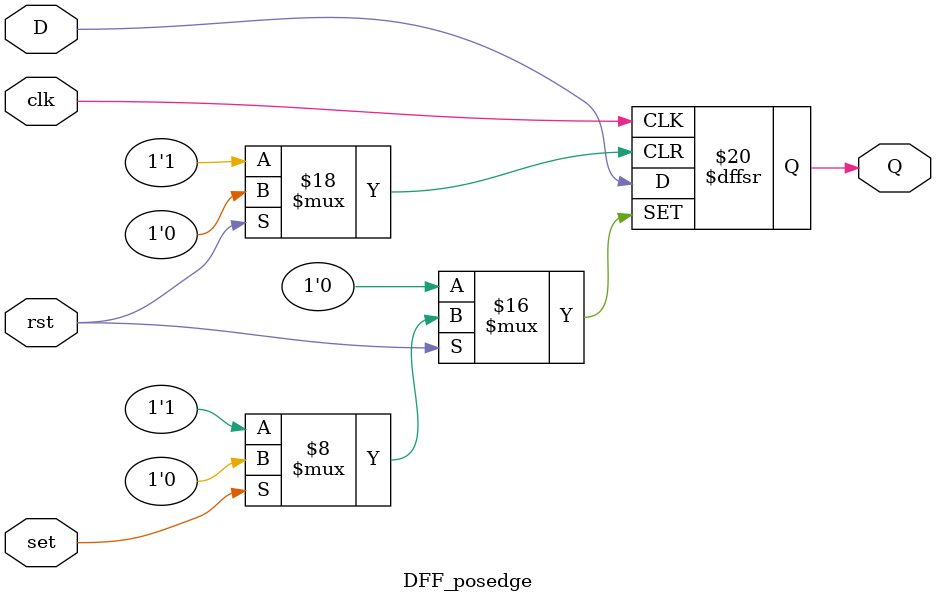
<source format=v>
module DFF_posedge(D,clk,rst,set,Q);
  input D,clk,rst,set;
  output reg Q;
  always @(posedge clk or negedge rst or negedge set) begin
    if(rst==1'b0)
      Q<=1'b0;
    else if(set==1'b0)
      Q<=1'b1;
    else
      Q<=D;
  end
endmodule

</source>
